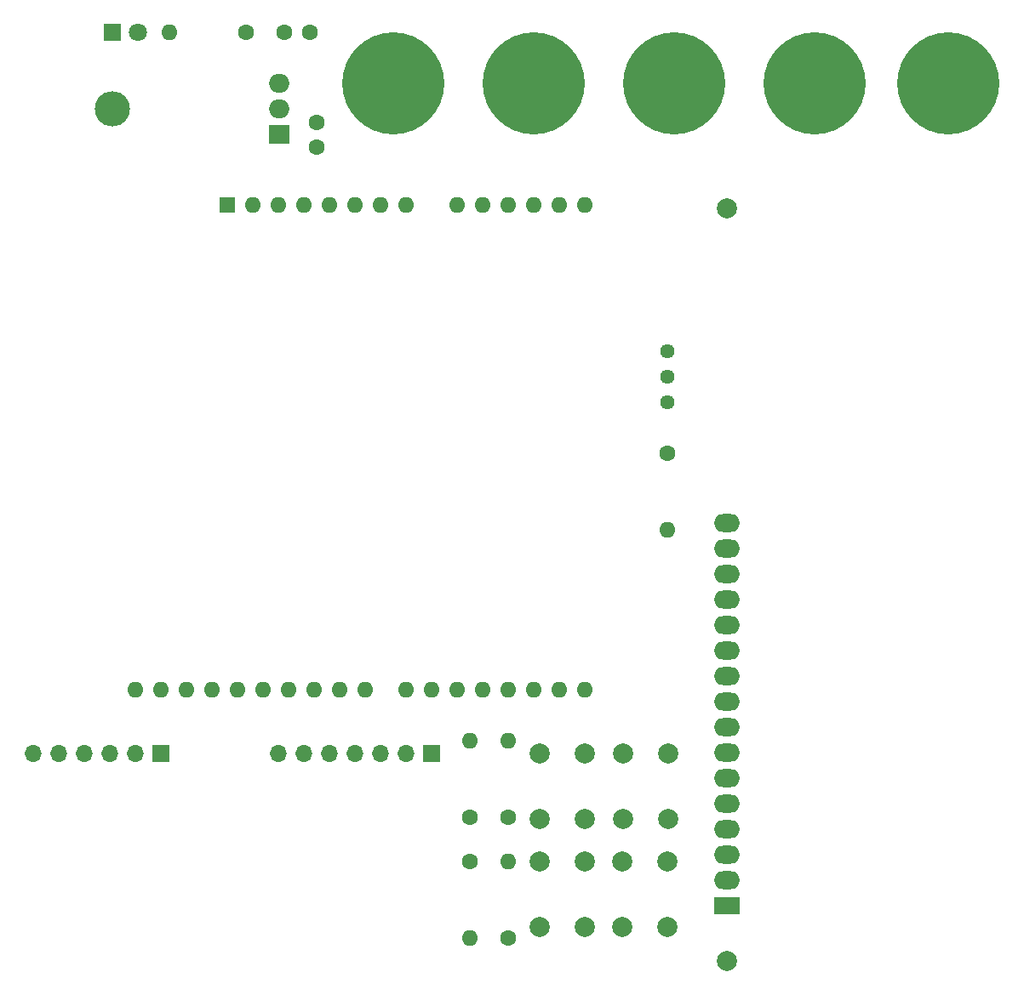
<source format=gbr>
%TF.GenerationSoftware,KiCad,Pcbnew,(5.1.9)-1*%
%TF.CreationDate,2021-06-23T18:15:50-03:00*%
%TF.ProjectId,assert,61737365-7274-42e6-9b69-6361645f7063,rev?*%
%TF.SameCoordinates,Original*%
%TF.FileFunction,Soldermask,Bot*%
%TF.FilePolarity,Negative*%
%FSLAX46Y46*%
G04 Gerber Fmt 4.6, Leading zero omitted, Abs format (unit mm)*
G04 Created by KiCad (PCBNEW (5.1.9)-1) date 2021-06-23 18:15:50*
%MOMM*%
%LPD*%
G01*
G04 APERTURE LIST*
%ADD10C,2.000000*%
%ADD11O,2.600000X1.800000*%
%ADD12R,2.600000X1.800000*%
%ADD13O,1.600000X1.600000*%
%ADD14R,1.600000X1.600000*%
%ADD15C,10.160000*%
%ADD16O,1.700000X1.700000*%
%ADD17R,1.700000X1.700000*%
%ADD18O,2.000000X1.905000*%
%ADD19R,2.000000X1.905000*%
%ADD20O,3.500000X3.500000*%
%ADD21C,1.440000*%
%ADD22C,1.600000*%
%ADD23C,1.800000*%
%ADD24R,1.800000X1.800000*%
G04 APERTURE END LIST*
D10*
%TO.C,U2*%
X71477000Y-21270000D03*
X71477000Y-96269100D03*
D11*
X71477000Y-52670000D03*
X71477000Y-55210000D03*
X71477000Y-57750000D03*
X71477000Y-60290000D03*
X71477000Y-62830000D03*
X71477000Y-65370000D03*
X71477000Y-67910000D03*
X71477000Y-70450000D03*
X71477000Y-72990000D03*
X71477000Y-75530000D03*
X71477000Y-78070000D03*
X71477000Y-80610000D03*
X71477000Y-83150000D03*
X71477000Y-85690000D03*
X71477000Y-88230000D03*
D12*
X71477000Y-90770000D03*
%TD*%
D13*
%TO.C,A1*%
X54737000Y-69215000D03*
X57277000Y-69215000D03*
X17657000Y-69215000D03*
X57277000Y-20955000D03*
X20197000Y-69215000D03*
X54737000Y-20955000D03*
X22737000Y-69215000D03*
X52197000Y-20955000D03*
X25277000Y-69215000D03*
X49657000Y-20955000D03*
X27817000Y-69215000D03*
X47117000Y-20955000D03*
X30357000Y-69215000D03*
X44577000Y-20955000D03*
X32897000Y-69215000D03*
X39497000Y-20955000D03*
X35437000Y-69215000D03*
X36957000Y-20955000D03*
X39497000Y-69215000D03*
X34417000Y-20955000D03*
X42037000Y-69215000D03*
X31877000Y-20955000D03*
X44577000Y-69215000D03*
X29337000Y-20955000D03*
X47117000Y-69215000D03*
X26797000Y-20955000D03*
X49657000Y-69215000D03*
X24257000Y-20955000D03*
X52197000Y-69215000D03*
D14*
X21717000Y-20955000D03*
D13*
X15117000Y-69215000D03*
X12577000Y-69215000D03*
%TD*%
D15*
%TO.C,J5*%
X93472000Y-8890000D03*
%TD*%
%TO.C,J4*%
X80137000Y-8890000D03*
%TD*%
D16*
%TO.C,J9*%
X26797000Y-75565000D03*
X29337000Y-75565000D03*
X31877000Y-75565000D03*
X34417000Y-75565000D03*
X36957000Y-75565000D03*
X39497000Y-75565000D03*
D17*
X42037000Y-75565000D03*
%TD*%
D18*
%TO.C,U1*%
X26947000Y-8890000D03*
X26947000Y-11430000D03*
D19*
X26947000Y-13970000D03*
D20*
X10287000Y-11430000D03*
%TD*%
D10*
%TO.C,SW4*%
X61032000Y-86360000D03*
X65532000Y-86360000D03*
X61032000Y-92860000D03*
X65532000Y-92860000D03*
%TD*%
%TO.C,SW3*%
X52832000Y-86360000D03*
X57332000Y-86360000D03*
X52832000Y-92860000D03*
X57332000Y-92860000D03*
%TD*%
%TO.C,SW2*%
X52832000Y-75565000D03*
X57332000Y-75565000D03*
X52832000Y-82065000D03*
X57332000Y-82065000D03*
%TD*%
%TO.C,SW1*%
X65587000Y-82065000D03*
X61087000Y-82065000D03*
X65587000Y-75565000D03*
X61087000Y-75565000D03*
%TD*%
D21*
%TO.C,RV1*%
X65532000Y-35560000D03*
X65532000Y-38100000D03*
X65532000Y-40640000D03*
%TD*%
D13*
%TO.C,R6*%
X65532000Y-53340000D03*
D22*
X65532000Y-45720000D03*
%TD*%
D13*
%TO.C,R5*%
X45847000Y-93980000D03*
D22*
X45847000Y-86360000D03*
%TD*%
D13*
%TO.C,R4*%
X45847000Y-74295000D03*
D22*
X45847000Y-81915000D03*
%TD*%
D13*
%TO.C,R3*%
X49657000Y-86360000D03*
D22*
X49657000Y-93980000D03*
%TD*%
D13*
%TO.C,R2*%
X49657000Y-74295000D03*
D22*
X49657000Y-81915000D03*
%TD*%
D13*
%TO.C,R1*%
X16002000Y-3810000D03*
D22*
X23622000Y-3810000D03*
%TD*%
D16*
%TO.C,J8*%
X2413000Y-75565000D03*
X4953000Y-75565000D03*
X7493000Y-75565000D03*
X10033000Y-75565000D03*
X12573000Y-75565000D03*
D17*
X15113000Y-75565000D03*
%TD*%
D15*
%TO.C,J3*%
X66167000Y-8890000D03*
%TD*%
%TO.C,J2*%
X52197000Y-8890000D03*
%TD*%
%TO.C,J1*%
X38227000Y-8890000D03*
%TD*%
D23*
%TO.C,D1*%
X12827000Y-3810000D03*
D24*
X10287000Y-3810000D03*
%TD*%
D22*
%TO.C,C2*%
X29932000Y-3810000D03*
X27432000Y-3810000D03*
%TD*%
%TO.C,C1*%
X30607000Y-12740000D03*
X30607000Y-15240000D03*
%TD*%
M02*

</source>
